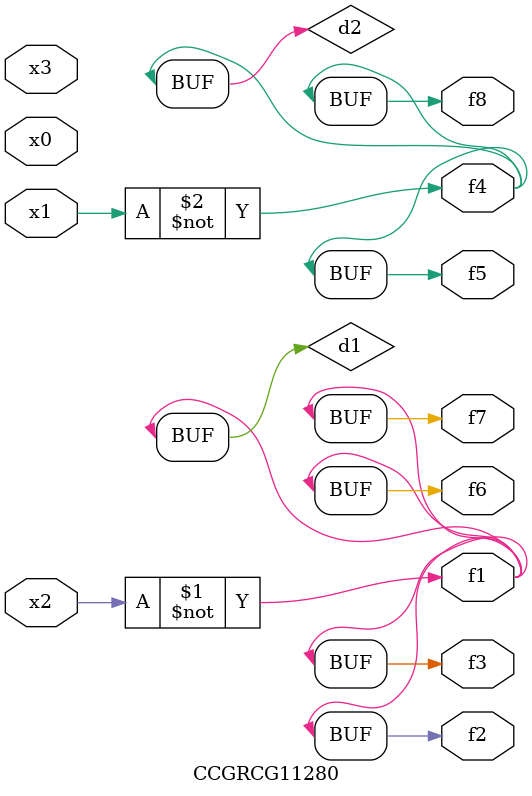
<source format=v>
module CCGRCG11280(
	input x0, x1, x2, x3,
	output f1, f2, f3, f4, f5, f6, f7, f8
);

	wire d1, d2;

	xnor (d1, x2);
	not (d2, x1);
	assign f1 = d1;
	assign f2 = d1;
	assign f3 = d1;
	assign f4 = d2;
	assign f5 = d2;
	assign f6 = d1;
	assign f7 = d1;
	assign f8 = d2;
endmodule

</source>
